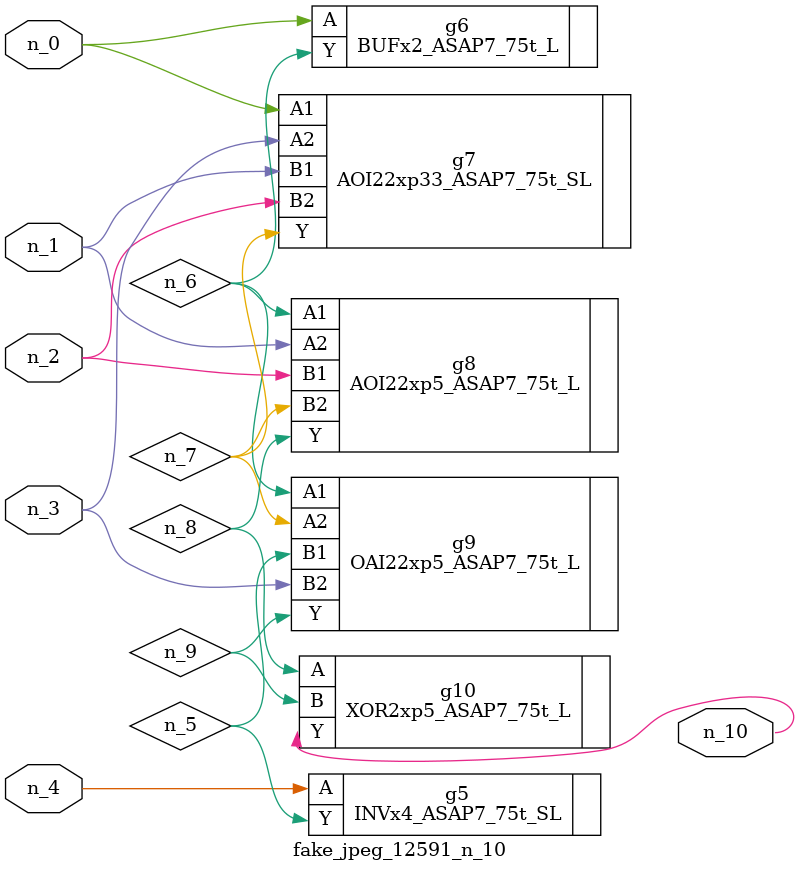
<source format=v>
module fake_jpeg_12591_n_10 (n_3, n_2, n_1, n_0, n_4, n_10);

input n_3;
input n_2;
input n_1;
input n_0;
input n_4;

output n_10;

wire n_8;
wire n_9;
wire n_6;
wire n_5;
wire n_7;

INVx4_ASAP7_75t_SL g5 ( 
.A(n_4),
.Y(n_5)
);

BUFx2_ASAP7_75t_L g6 ( 
.A(n_0),
.Y(n_6)
);

AOI22xp33_ASAP7_75t_SL g7 ( 
.A1(n_0),
.A2(n_3),
.B1(n_1),
.B2(n_2),
.Y(n_7)
);

AOI22xp5_ASAP7_75t_L g8 ( 
.A1(n_6),
.A2(n_1),
.B1(n_2),
.B2(n_7),
.Y(n_8)
);

XOR2xp5_ASAP7_75t_L g10 ( 
.A(n_8),
.B(n_9),
.Y(n_10)
);

OAI22xp5_ASAP7_75t_L g9 ( 
.A1(n_6),
.A2(n_7),
.B1(n_5),
.B2(n_3),
.Y(n_9)
);


endmodule
</source>
